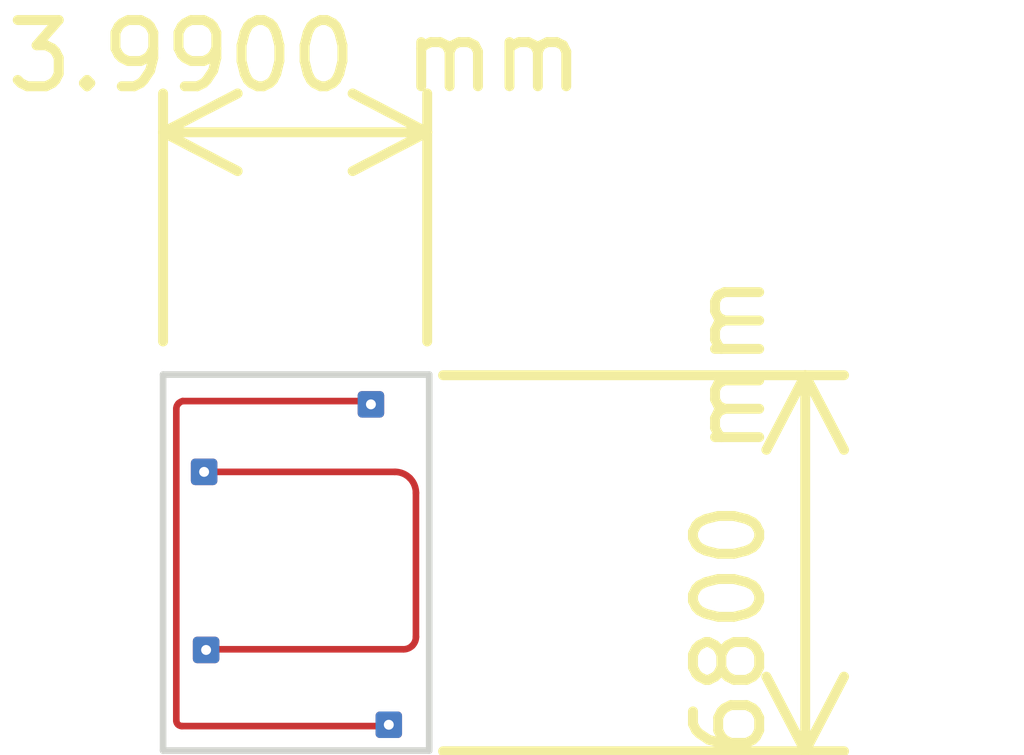
<source format=kicad_pcb>
(kicad_pcb (version 20221018) (generator pcbnew)
  (layers (0 "F.Cu" signal) (31 "B.Cu" signal) (34 "B.Paste" user) (35 "F.Paste" user) (36 "B.SilkS" user "B.Silkscreen") (37 "F.SilkS" user "F.Silkscreen") (38 "B.Mask" user) (39 "F.Mask" user) (44 "Edge.Cuts" user))
  (net 0 "")
  (footprint "nerve_cuff_pad:solder_wire_pad" (layer "F.Cu") (at 103.37 70.21)
    (fp_text reference "REF**" hide)
    (fp_text value "solder_wire_pad" hide)
    (pad "1" thru_hole roundrect (at 0 0) (size 0.4 0.4) (drill 0.15) (layers "*.Cu" "*.Mask") (roundrect_rratio 0.15625))
  )
  (footprint "nerve_cuff_pad:solder_wire_pad" (layer "F.Cu") (at 103.1 65.37)
    (fp_text reference "REF**" hide)
    (fp_text value "solder_wire_pad" hide)
    (pad "1" thru_hole roundrect (at 0 0) (size 0.4 0.4) (drill 0.15) (layers "*.Cu" "*.Mask") (roundrect_rratio 0.15625))
  )
  (footprint "nerve_cuff_pad:solder_wire_pad" (layer "F.Cu") (at 100.58 66.39)
    (fp_text reference "REF**" hide)
    (fp_text value "solder_wire_pad" hide)
    (pad "1" thru_hole roundrect (at 0 0) (size 0.4 0.4) (drill 0.15) (layers "*.Cu" "*.Mask") (roundrect_rratio 0.15625))
  )
  (footprint "nerve_cuff_pad:solder_wire_pad" (layer "F.Cu") (at 100.61 69.08)
    (fp_text reference "REF**" hide)
    (fp_text value "solder_wire_pad" hide)
    (pad "1" thru_hole roundrect (at 0 0) (size 0.4 0.4) (drill 0.15) (layers "*.Cu" "*.Mask") (roundrect_rratio 0.15625))
  )
  (gr_line (start 103.98 70.6) (end 103.98 64.92) (stroke (width 0.1)) (layer "Edge.Cuts"))
  (gr_line (start 103.98 64.92) (end 99.96 64.92) (stroke (width 0.1)) (layer "Edge.Cuts"))
  (gr_line (start 99.96 64.92) (end 99.96 70.6) (stroke (width 0.1)) (layer "Edge.Cuts"))
  (gr_line (start 99.96 70.6) (end 103.98 70.6) (stroke (width 0.1)) (layer "Edge.Cuts"))
  (dimension (type aligned) (layer "F.SilkS") (pts (xy 99.96 64.92) (xy 103.95 64.92)) (height -3.66) (gr_text "3.9900 mm" (at 101.955 60.11) (layer "F.SilkS") (effects (font (size 1 1) (thickness 0.15)))) (format (prefix "") (suffix "") (units 3) (units_format 1) (precision 4)) (style (thickness 0.15) (arrow_length 1.27) (text_position_mode 0) (extension_height 0.58642) (extension_offset 0.5) keep_text_aligned))
  (dimension (type aligned) (layer "F.SilkS") (pts (xy 103.69 64.93) (xy 103.69 70.61)) (height -5.97) (gr_text "5.6800 mm" (at 108.51 67.77 90) (layer "F.SilkS") (effects (font (size 1 1) (thickness 0.15)))) (format (prefix "") (suffix "") (units 3) (units_format 1) (precision 4)) (style (thickness 0.15) (arrow_length 1.27) (text_position_mode 0) (extension_height 0.58642) (extension_offset 0.5) keep_text_aligned))
  (segment (start 103.78 68.882218) (end 103.78 66.708293) (width 0.1) (layer "F.Cu") (net 0))
  (segment (start 103.19 65.39) (end 103.120668 65.320668) (width 0.1) (layer "F.Cu") (net 0))
  (segment (start 100.245355 70.23) (end 103.51 70.23) (width 0.1) (layer "F.Cu") (net 0))
  (segment (start 103.592218 69.07) (end 100.59 69.07) (width 0.1) (layer "F.Cu") (net 0))
  (segment (start 100.16 65.439497) (end 100.16 70.144644) (width 0.1) (layer "F.Cu") (net 0))
  (segment (start 103.120668 65.320668) (end 100.255861 65.320668) (width 0.1) (layer "F.Cu") (net 0))
  (segment (start 103.461706 66.39) (end 100.58 66.39) (width 0.1) (layer "F.Cu") (net 0))
  (arc (start 100.185 70.205) (mid 100.212691 70.223508) (end 100.245355 70.23) (width 0.1) (layer "F.Cu") (net 0))
  (arc (start 103.78 68.882218) (mid 103.765705 68.954079) (end 103.725 69.015) (width 0.1) (layer "F.Cu") (net 0))
  (arc (start 103.686774 66.483226) (mid 103.583512 66.414228) (end 103.461706 66.39) (width 0.1) (layer "F.Cu") (net 0))
  (arc (start 103.725 69.015) (mid 103.664079 69.055705) (end 103.592218 69.07) (width 0.1) (layer "F.Cu") (net 0))
  (arc (start 103.686774 66.483226) (mid 103.755771 66.586487) (end 103.78 66.708293) (width 0.1) (layer "F.Cu") (net 0))
  (arc (start 100.16 70.144644) (mid 100.166497 70.177308) (end 100.185 70.205) (width 0.1) (layer "F.Cu") (net 0))
  (arc (start 100.255861 65.320668) (mid 100.223167 65.33411) (end 100.195 65.355) (width 0.1) (layer "F.Cu") (net 0))
  (arc (start 100.195 65.355) (mid 100.169096 65.393767) (end 100.16 65.439497) (width 0.1) (layer "F.Cu") (net 0))
)
</source>
